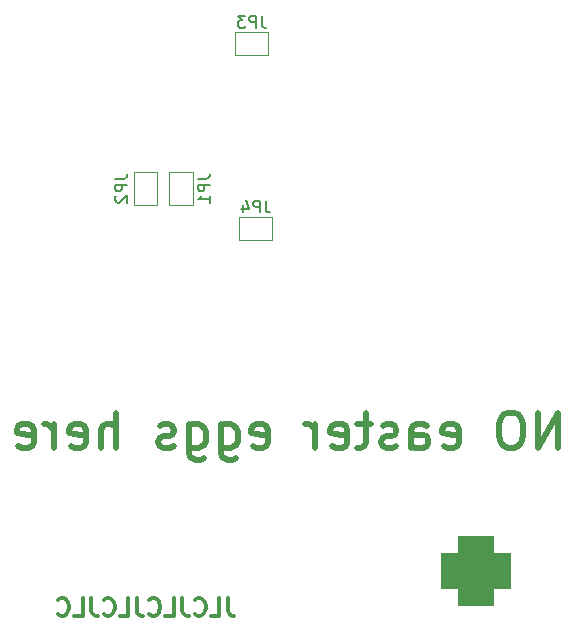
<source format=gbr>
%TF.GenerationSoftware,KiCad,Pcbnew,8.0.7*%
%TF.CreationDate,2025-01-05T22:37:43-08:00*%
%TF.ProjectId,Test Rocket Board,54657374-2052-46f6-936b-657420426f61,rev?*%
%TF.SameCoordinates,Original*%
%TF.FileFunction,Legend,Bot*%
%TF.FilePolarity,Positive*%
%FSLAX46Y46*%
G04 Gerber Fmt 4.6, Leading zero omitted, Abs format (unit mm)*
G04 Created by KiCad (PCBNEW 8.0.7) date 2025-01-05 22:37:43*
%MOMM*%
%LPD*%
G01*
G04 APERTURE LIST*
G04 Aperture macros list*
%AMRoundRect*
0 Rectangle with rounded corners*
0 $1 Rounding radius*
0 $2 $3 $4 $5 $6 $7 $8 $9 X,Y pos of 4 corners*
0 Add a 4 corners polygon primitive as box body*
4,1,4,$2,$3,$4,$5,$6,$7,$8,$9,$2,$3,0*
0 Add four circle primitives for the rounded corners*
1,1,$1+$1,$2,$3*
1,1,$1+$1,$4,$5*
1,1,$1+$1,$6,$7*
1,1,$1+$1,$8,$9*
0 Add four rect primitives between the rounded corners*
20,1,$1+$1,$2,$3,$4,$5,0*
20,1,$1+$1,$4,$5,$6,$7,0*
20,1,$1+$1,$6,$7,$8,$9,0*
20,1,$1+$1,$8,$9,$2,$3,0*%
G04 Aperture macros list end*
%ADD10C,0.375000*%
%ADD11C,0.500000*%
%ADD12C,0.150000*%
%ADD13C,0.120000*%
%ADD14C,3.200000*%
%ADD15R,1.700000X1.700000*%
%ADD16O,1.700000X1.700000*%
%ADD17C,2.504000*%
%ADD18RoundRect,1.500000X1.500000X1.500000X-1.500000X1.500000X-1.500000X-1.500000X1.500000X-1.500000X0*%
%ADD19C,6.000000*%
%ADD20C,0.650000*%
%ADD21O,2.100000X1.000000*%
%ADD22O,1.600000X1.000000*%
%ADD23R,1.000000X1.500000*%
%ADD24R,1.500000X1.000000*%
G04 APERTURE END LIST*
D10*
X164967575Y-135296928D02*
X164967575Y-136368357D01*
X164967575Y-136368357D02*
X165039004Y-136582642D01*
X165039004Y-136582642D02*
X165181861Y-136725500D01*
X165181861Y-136725500D02*
X165396147Y-136796928D01*
X165396147Y-136796928D02*
X165539004Y-136796928D01*
X163539004Y-136796928D02*
X164253290Y-136796928D01*
X164253290Y-136796928D02*
X164253290Y-135296928D01*
X162181861Y-136654071D02*
X162253289Y-136725500D01*
X162253289Y-136725500D02*
X162467575Y-136796928D01*
X162467575Y-136796928D02*
X162610432Y-136796928D01*
X162610432Y-136796928D02*
X162824718Y-136725500D01*
X162824718Y-136725500D02*
X162967575Y-136582642D01*
X162967575Y-136582642D02*
X163039004Y-136439785D01*
X163039004Y-136439785D02*
X163110432Y-136154071D01*
X163110432Y-136154071D02*
X163110432Y-135939785D01*
X163110432Y-135939785D02*
X163039004Y-135654071D01*
X163039004Y-135654071D02*
X162967575Y-135511214D01*
X162967575Y-135511214D02*
X162824718Y-135368357D01*
X162824718Y-135368357D02*
X162610432Y-135296928D01*
X162610432Y-135296928D02*
X162467575Y-135296928D01*
X162467575Y-135296928D02*
X162253289Y-135368357D01*
X162253289Y-135368357D02*
X162181861Y-135439785D01*
X161110432Y-135296928D02*
X161110432Y-136368357D01*
X161110432Y-136368357D02*
X161181861Y-136582642D01*
X161181861Y-136582642D02*
X161324718Y-136725500D01*
X161324718Y-136725500D02*
X161539004Y-136796928D01*
X161539004Y-136796928D02*
X161681861Y-136796928D01*
X159681861Y-136796928D02*
X160396147Y-136796928D01*
X160396147Y-136796928D02*
X160396147Y-135296928D01*
X158324718Y-136654071D02*
X158396146Y-136725500D01*
X158396146Y-136725500D02*
X158610432Y-136796928D01*
X158610432Y-136796928D02*
X158753289Y-136796928D01*
X158753289Y-136796928D02*
X158967575Y-136725500D01*
X158967575Y-136725500D02*
X159110432Y-136582642D01*
X159110432Y-136582642D02*
X159181861Y-136439785D01*
X159181861Y-136439785D02*
X159253289Y-136154071D01*
X159253289Y-136154071D02*
X159253289Y-135939785D01*
X159253289Y-135939785D02*
X159181861Y-135654071D01*
X159181861Y-135654071D02*
X159110432Y-135511214D01*
X159110432Y-135511214D02*
X158967575Y-135368357D01*
X158967575Y-135368357D02*
X158753289Y-135296928D01*
X158753289Y-135296928D02*
X158610432Y-135296928D01*
X158610432Y-135296928D02*
X158396146Y-135368357D01*
X158396146Y-135368357D02*
X158324718Y-135439785D01*
X157253289Y-135296928D02*
X157253289Y-136368357D01*
X157253289Y-136368357D02*
X157324718Y-136582642D01*
X157324718Y-136582642D02*
X157467575Y-136725500D01*
X157467575Y-136725500D02*
X157681861Y-136796928D01*
X157681861Y-136796928D02*
X157824718Y-136796928D01*
X155824718Y-136796928D02*
X156539004Y-136796928D01*
X156539004Y-136796928D02*
X156539004Y-135296928D01*
X154467575Y-136654071D02*
X154539003Y-136725500D01*
X154539003Y-136725500D02*
X154753289Y-136796928D01*
X154753289Y-136796928D02*
X154896146Y-136796928D01*
X154896146Y-136796928D02*
X155110432Y-136725500D01*
X155110432Y-136725500D02*
X155253289Y-136582642D01*
X155253289Y-136582642D02*
X155324718Y-136439785D01*
X155324718Y-136439785D02*
X155396146Y-136154071D01*
X155396146Y-136154071D02*
X155396146Y-135939785D01*
X155396146Y-135939785D02*
X155324718Y-135654071D01*
X155324718Y-135654071D02*
X155253289Y-135511214D01*
X155253289Y-135511214D02*
X155110432Y-135368357D01*
X155110432Y-135368357D02*
X154896146Y-135296928D01*
X154896146Y-135296928D02*
X154753289Y-135296928D01*
X154753289Y-135296928D02*
X154539003Y-135368357D01*
X154539003Y-135368357D02*
X154467575Y-135439785D01*
X153396146Y-135296928D02*
X153396146Y-136368357D01*
X153396146Y-136368357D02*
X153467575Y-136582642D01*
X153467575Y-136582642D02*
X153610432Y-136725500D01*
X153610432Y-136725500D02*
X153824718Y-136796928D01*
X153824718Y-136796928D02*
X153967575Y-136796928D01*
X151967575Y-136796928D02*
X152681861Y-136796928D01*
X152681861Y-136796928D02*
X152681861Y-135296928D01*
X150610432Y-136654071D02*
X150681860Y-136725500D01*
X150681860Y-136725500D02*
X150896146Y-136796928D01*
X150896146Y-136796928D02*
X151039003Y-136796928D01*
X151039003Y-136796928D02*
X151253289Y-136725500D01*
X151253289Y-136725500D02*
X151396146Y-136582642D01*
X151396146Y-136582642D02*
X151467575Y-136439785D01*
X151467575Y-136439785D02*
X151539003Y-136154071D01*
X151539003Y-136154071D02*
X151539003Y-135939785D01*
X151539003Y-135939785D02*
X151467575Y-135654071D01*
X151467575Y-135654071D02*
X151396146Y-135511214D01*
X151396146Y-135511214D02*
X151253289Y-135368357D01*
X151253289Y-135368357D02*
X151039003Y-135296928D01*
X151039003Y-135296928D02*
X150896146Y-135296928D01*
X150896146Y-135296928D02*
X150681860Y-135368357D01*
X150681860Y-135368357D02*
X150610432Y-135439785D01*
D11*
X192956767Y-122606857D02*
X192956767Y-119606857D01*
X192956767Y-119606857D02*
X191242481Y-122606857D01*
X191242481Y-122606857D02*
X191242481Y-119606857D01*
X189242481Y-119606857D02*
X188671053Y-119606857D01*
X188671053Y-119606857D02*
X188385338Y-119749714D01*
X188385338Y-119749714D02*
X188099624Y-120035428D01*
X188099624Y-120035428D02*
X187956767Y-120606857D01*
X187956767Y-120606857D02*
X187956767Y-121606857D01*
X187956767Y-121606857D02*
X188099624Y-122178285D01*
X188099624Y-122178285D02*
X188385338Y-122464000D01*
X188385338Y-122464000D02*
X188671053Y-122606857D01*
X188671053Y-122606857D02*
X189242481Y-122606857D01*
X189242481Y-122606857D02*
X189528196Y-122464000D01*
X189528196Y-122464000D02*
X189813910Y-122178285D01*
X189813910Y-122178285D02*
X189956767Y-121606857D01*
X189956767Y-121606857D02*
X189956767Y-120606857D01*
X189956767Y-120606857D02*
X189813910Y-120035428D01*
X189813910Y-120035428D02*
X189528196Y-119749714D01*
X189528196Y-119749714D02*
X189242481Y-119606857D01*
X183242482Y-122464000D02*
X183528196Y-122606857D01*
X183528196Y-122606857D02*
X184099625Y-122606857D01*
X184099625Y-122606857D02*
X184385339Y-122464000D01*
X184385339Y-122464000D02*
X184528196Y-122178285D01*
X184528196Y-122178285D02*
X184528196Y-121035428D01*
X184528196Y-121035428D02*
X184385339Y-120749714D01*
X184385339Y-120749714D02*
X184099625Y-120606857D01*
X184099625Y-120606857D02*
X183528196Y-120606857D01*
X183528196Y-120606857D02*
X183242482Y-120749714D01*
X183242482Y-120749714D02*
X183099625Y-121035428D01*
X183099625Y-121035428D02*
X183099625Y-121321142D01*
X183099625Y-121321142D02*
X184528196Y-121606857D01*
X180528196Y-122606857D02*
X180528196Y-121035428D01*
X180528196Y-121035428D02*
X180671053Y-120749714D01*
X180671053Y-120749714D02*
X180956767Y-120606857D01*
X180956767Y-120606857D02*
X181528196Y-120606857D01*
X181528196Y-120606857D02*
X181813910Y-120749714D01*
X180528196Y-122464000D02*
X180813910Y-122606857D01*
X180813910Y-122606857D02*
X181528196Y-122606857D01*
X181528196Y-122606857D02*
X181813910Y-122464000D01*
X181813910Y-122464000D02*
X181956767Y-122178285D01*
X181956767Y-122178285D02*
X181956767Y-121892571D01*
X181956767Y-121892571D02*
X181813910Y-121606857D01*
X181813910Y-121606857D02*
X181528196Y-121464000D01*
X181528196Y-121464000D02*
X180813910Y-121464000D01*
X180813910Y-121464000D02*
X180528196Y-121321142D01*
X179242481Y-122464000D02*
X178956767Y-122606857D01*
X178956767Y-122606857D02*
X178385338Y-122606857D01*
X178385338Y-122606857D02*
X178099624Y-122464000D01*
X178099624Y-122464000D02*
X177956767Y-122178285D01*
X177956767Y-122178285D02*
X177956767Y-122035428D01*
X177956767Y-122035428D02*
X178099624Y-121749714D01*
X178099624Y-121749714D02*
X178385338Y-121606857D01*
X178385338Y-121606857D02*
X178813910Y-121606857D01*
X178813910Y-121606857D02*
X179099624Y-121464000D01*
X179099624Y-121464000D02*
X179242481Y-121178285D01*
X179242481Y-121178285D02*
X179242481Y-121035428D01*
X179242481Y-121035428D02*
X179099624Y-120749714D01*
X179099624Y-120749714D02*
X178813910Y-120606857D01*
X178813910Y-120606857D02*
X178385338Y-120606857D01*
X178385338Y-120606857D02*
X178099624Y-120749714D01*
X177099624Y-120606857D02*
X175956767Y-120606857D01*
X176671053Y-119606857D02*
X176671053Y-122178285D01*
X176671053Y-122178285D02*
X176528196Y-122464000D01*
X176528196Y-122464000D02*
X176242481Y-122606857D01*
X176242481Y-122606857D02*
X175956767Y-122606857D01*
X173813910Y-122464000D02*
X174099624Y-122606857D01*
X174099624Y-122606857D02*
X174671053Y-122606857D01*
X174671053Y-122606857D02*
X174956767Y-122464000D01*
X174956767Y-122464000D02*
X175099624Y-122178285D01*
X175099624Y-122178285D02*
X175099624Y-121035428D01*
X175099624Y-121035428D02*
X174956767Y-120749714D01*
X174956767Y-120749714D02*
X174671053Y-120606857D01*
X174671053Y-120606857D02*
X174099624Y-120606857D01*
X174099624Y-120606857D02*
X173813910Y-120749714D01*
X173813910Y-120749714D02*
X173671053Y-121035428D01*
X173671053Y-121035428D02*
X173671053Y-121321142D01*
X173671053Y-121321142D02*
X175099624Y-121606857D01*
X172385338Y-122606857D02*
X172385338Y-120606857D01*
X172385338Y-121178285D02*
X172242481Y-120892571D01*
X172242481Y-120892571D02*
X172099624Y-120749714D01*
X172099624Y-120749714D02*
X171813909Y-120606857D01*
X171813909Y-120606857D02*
X171528195Y-120606857D01*
X167099624Y-122464000D02*
X167385338Y-122606857D01*
X167385338Y-122606857D02*
X167956767Y-122606857D01*
X167956767Y-122606857D02*
X168242481Y-122464000D01*
X168242481Y-122464000D02*
X168385338Y-122178285D01*
X168385338Y-122178285D02*
X168385338Y-121035428D01*
X168385338Y-121035428D02*
X168242481Y-120749714D01*
X168242481Y-120749714D02*
X167956767Y-120606857D01*
X167956767Y-120606857D02*
X167385338Y-120606857D01*
X167385338Y-120606857D02*
X167099624Y-120749714D01*
X167099624Y-120749714D02*
X166956767Y-121035428D01*
X166956767Y-121035428D02*
X166956767Y-121321142D01*
X166956767Y-121321142D02*
X168385338Y-121606857D01*
X164385338Y-120606857D02*
X164385338Y-123035428D01*
X164385338Y-123035428D02*
X164528195Y-123321142D01*
X164528195Y-123321142D02*
X164671052Y-123464000D01*
X164671052Y-123464000D02*
X164956766Y-123606857D01*
X164956766Y-123606857D02*
X165385338Y-123606857D01*
X165385338Y-123606857D02*
X165671052Y-123464000D01*
X164385338Y-122464000D02*
X164671052Y-122606857D01*
X164671052Y-122606857D02*
X165242480Y-122606857D01*
X165242480Y-122606857D02*
X165528195Y-122464000D01*
X165528195Y-122464000D02*
X165671052Y-122321142D01*
X165671052Y-122321142D02*
X165813909Y-122035428D01*
X165813909Y-122035428D02*
X165813909Y-121178285D01*
X165813909Y-121178285D02*
X165671052Y-120892571D01*
X165671052Y-120892571D02*
X165528195Y-120749714D01*
X165528195Y-120749714D02*
X165242480Y-120606857D01*
X165242480Y-120606857D02*
X164671052Y-120606857D01*
X164671052Y-120606857D02*
X164385338Y-120749714D01*
X161671052Y-120606857D02*
X161671052Y-123035428D01*
X161671052Y-123035428D02*
X161813909Y-123321142D01*
X161813909Y-123321142D02*
X161956766Y-123464000D01*
X161956766Y-123464000D02*
X162242480Y-123606857D01*
X162242480Y-123606857D02*
X162671052Y-123606857D01*
X162671052Y-123606857D02*
X162956766Y-123464000D01*
X161671052Y-122464000D02*
X161956766Y-122606857D01*
X161956766Y-122606857D02*
X162528194Y-122606857D01*
X162528194Y-122606857D02*
X162813909Y-122464000D01*
X162813909Y-122464000D02*
X162956766Y-122321142D01*
X162956766Y-122321142D02*
X163099623Y-122035428D01*
X163099623Y-122035428D02*
X163099623Y-121178285D01*
X163099623Y-121178285D02*
X162956766Y-120892571D01*
X162956766Y-120892571D02*
X162813909Y-120749714D01*
X162813909Y-120749714D02*
X162528194Y-120606857D01*
X162528194Y-120606857D02*
X161956766Y-120606857D01*
X161956766Y-120606857D02*
X161671052Y-120749714D01*
X160385337Y-122464000D02*
X160099623Y-122606857D01*
X160099623Y-122606857D02*
X159528194Y-122606857D01*
X159528194Y-122606857D02*
X159242480Y-122464000D01*
X159242480Y-122464000D02*
X159099623Y-122178285D01*
X159099623Y-122178285D02*
X159099623Y-122035428D01*
X159099623Y-122035428D02*
X159242480Y-121749714D01*
X159242480Y-121749714D02*
X159528194Y-121606857D01*
X159528194Y-121606857D02*
X159956766Y-121606857D01*
X159956766Y-121606857D02*
X160242480Y-121464000D01*
X160242480Y-121464000D02*
X160385337Y-121178285D01*
X160385337Y-121178285D02*
X160385337Y-121035428D01*
X160385337Y-121035428D02*
X160242480Y-120749714D01*
X160242480Y-120749714D02*
X159956766Y-120606857D01*
X159956766Y-120606857D02*
X159528194Y-120606857D01*
X159528194Y-120606857D02*
X159242480Y-120749714D01*
X155528195Y-122606857D02*
X155528195Y-119606857D01*
X154242481Y-122606857D02*
X154242481Y-121035428D01*
X154242481Y-121035428D02*
X154385338Y-120749714D01*
X154385338Y-120749714D02*
X154671052Y-120606857D01*
X154671052Y-120606857D02*
X155099623Y-120606857D01*
X155099623Y-120606857D02*
X155385338Y-120749714D01*
X155385338Y-120749714D02*
X155528195Y-120892571D01*
X151671052Y-122464000D02*
X151956766Y-122606857D01*
X151956766Y-122606857D02*
X152528195Y-122606857D01*
X152528195Y-122606857D02*
X152813909Y-122464000D01*
X152813909Y-122464000D02*
X152956766Y-122178285D01*
X152956766Y-122178285D02*
X152956766Y-121035428D01*
X152956766Y-121035428D02*
X152813909Y-120749714D01*
X152813909Y-120749714D02*
X152528195Y-120606857D01*
X152528195Y-120606857D02*
X151956766Y-120606857D01*
X151956766Y-120606857D02*
X151671052Y-120749714D01*
X151671052Y-120749714D02*
X151528195Y-121035428D01*
X151528195Y-121035428D02*
X151528195Y-121321142D01*
X151528195Y-121321142D02*
X152956766Y-121606857D01*
X150242480Y-122606857D02*
X150242480Y-120606857D01*
X150242480Y-121178285D02*
X150099623Y-120892571D01*
X150099623Y-120892571D02*
X149956766Y-120749714D01*
X149956766Y-120749714D02*
X149671051Y-120606857D01*
X149671051Y-120606857D02*
X149385337Y-120606857D01*
X147242480Y-122464000D02*
X147528194Y-122606857D01*
X147528194Y-122606857D02*
X148099623Y-122606857D01*
X148099623Y-122606857D02*
X148385337Y-122464000D01*
X148385337Y-122464000D02*
X148528194Y-122178285D01*
X148528194Y-122178285D02*
X148528194Y-121035428D01*
X148528194Y-121035428D02*
X148385337Y-120749714D01*
X148385337Y-120749714D02*
X148099623Y-120606857D01*
X148099623Y-120606857D02*
X147528194Y-120606857D01*
X147528194Y-120606857D02*
X147242480Y-120749714D01*
X147242480Y-120749714D02*
X147099623Y-121035428D01*
X147099623Y-121035428D02*
X147099623Y-121321142D01*
X147099623Y-121321142D02*
X148528194Y-121606857D01*
D12*
X167833333Y-86004819D02*
X167833333Y-86719104D01*
X167833333Y-86719104D02*
X167880952Y-86861961D01*
X167880952Y-86861961D02*
X167976190Y-86957200D01*
X167976190Y-86957200D02*
X168119047Y-87004819D01*
X168119047Y-87004819D02*
X168214285Y-87004819D01*
X167357142Y-87004819D02*
X167357142Y-86004819D01*
X167357142Y-86004819D02*
X166976190Y-86004819D01*
X166976190Y-86004819D02*
X166880952Y-86052438D01*
X166880952Y-86052438D02*
X166833333Y-86100057D01*
X166833333Y-86100057D02*
X166785714Y-86195295D01*
X166785714Y-86195295D02*
X166785714Y-86338152D01*
X166785714Y-86338152D02*
X166833333Y-86433390D01*
X166833333Y-86433390D02*
X166880952Y-86481009D01*
X166880952Y-86481009D02*
X166976190Y-86528628D01*
X166976190Y-86528628D02*
X167357142Y-86528628D01*
X166452380Y-86004819D02*
X165833333Y-86004819D01*
X165833333Y-86004819D02*
X166166666Y-86385771D01*
X166166666Y-86385771D02*
X166023809Y-86385771D01*
X166023809Y-86385771D02*
X165928571Y-86433390D01*
X165928571Y-86433390D02*
X165880952Y-86481009D01*
X165880952Y-86481009D02*
X165833333Y-86576247D01*
X165833333Y-86576247D02*
X165833333Y-86814342D01*
X165833333Y-86814342D02*
X165880952Y-86909580D01*
X165880952Y-86909580D02*
X165928571Y-86957200D01*
X165928571Y-86957200D02*
X166023809Y-87004819D01*
X166023809Y-87004819D02*
X166309523Y-87004819D01*
X166309523Y-87004819D02*
X166404761Y-86957200D01*
X166404761Y-86957200D02*
X166452380Y-86909580D01*
X168183333Y-101654819D02*
X168183333Y-102369104D01*
X168183333Y-102369104D02*
X168230952Y-102511961D01*
X168230952Y-102511961D02*
X168326190Y-102607200D01*
X168326190Y-102607200D02*
X168469047Y-102654819D01*
X168469047Y-102654819D02*
X168564285Y-102654819D01*
X167707142Y-102654819D02*
X167707142Y-101654819D01*
X167707142Y-101654819D02*
X167326190Y-101654819D01*
X167326190Y-101654819D02*
X167230952Y-101702438D01*
X167230952Y-101702438D02*
X167183333Y-101750057D01*
X167183333Y-101750057D02*
X167135714Y-101845295D01*
X167135714Y-101845295D02*
X167135714Y-101988152D01*
X167135714Y-101988152D02*
X167183333Y-102083390D01*
X167183333Y-102083390D02*
X167230952Y-102131009D01*
X167230952Y-102131009D02*
X167326190Y-102178628D01*
X167326190Y-102178628D02*
X167707142Y-102178628D01*
X166278571Y-101988152D02*
X166278571Y-102654819D01*
X166516666Y-101607200D02*
X166754761Y-102321485D01*
X166754761Y-102321485D02*
X166135714Y-102321485D01*
X155454819Y-99816666D02*
X156169104Y-99816666D01*
X156169104Y-99816666D02*
X156311961Y-99769047D01*
X156311961Y-99769047D02*
X156407200Y-99673809D01*
X156407200Y-99673809D02*
X156454819Y-99530952D01*
X156454819Y-99530952D02*
X156454819Y-99435714D01*
X156454819Y-100292857D02*
X155454819Y-100292857D01*
X155454819Y-100292857D02*
X155454819Y-100673809D01*
X155454819Y-100673809D02*
X155502438Y-100769047D01*
X155502438Y-100769047D02*
X155550057Y-100816666D01*
X155550057Y-100816666D02*
X155645295Y-100864285D01*
X155645295Y-100864285D02*
X155788152Y-100864285D01*
X155788152Y-100864285D02*
X155883390Y-100816666D01*
X155883390Y-100816666D02*
X155931009Y-100769047D01*
X155931009Y-100769047D02*
X155978628Y-100673809D01*
X155978628Y-100673809D02*
X155978628Y-100292857D01*
X155550057Y-101245238D02*
X155502438Y-101292857D01*
X155502438Y-101292857D02*
X155454819Y-101388095D01*
X155454819Y-101388095D02*
X155454819Y-101626190D01*
X155454819Y-101626190D02*
X155502438Y-101721428D01*
X155502438Y-101721428D02*
X155550057Y-101769047D01*
X155550057Y-101769047D02*
X155645295Y-101816666D01*
X155645295Y-101816666D02*
X155740533Y-101816666D01*
X155740533Y-101816666D02*
X155883390Y-101769047D01*
X155883390Y-101769047D02*
X156454819Y-101197619D01*
X156454819Y-101197619D02*
X156454819Y-101816666D01*
X162454819Y-99816666D02*
X163169104Y-99816666D01*
X163169104Y-99816666D02*
X163311961Y-99769047D01*
X163311961Y-99769047D02*
X163407200Y-99673809D01*
X163407200Y-99673809D02*
X163454819Y-99530952D01*
X163454819Y-99530952D02*
X163454819Y-99435714D01*
X163454819Y-100292857D02*
X162454819Y-100292857D01*
X162454819Y-100292857D02*
X162454819Y-100673809D01*
X162454819Y-100673809D02*
X162502438Y-100769047D01*
X162502438Y-100769047D02*
X162550057Y-100816666D01*
X162550057Y-100816666D02*
X162645295Y-100864285D01*
X162645295Y-100864285D02*
X162788152Y-100864285D01*
X162788152Y-100864285D02*
X162883390Y-100816666D01*
X162883390Y-100816666D02*
X162931009Y-100769047D01*
X162931009Y-100769047D02*
X162978628Y-100673809D01*
X162978628Y-100673809D02*
X162978628Y-100292857D01*
X163454819Y-101816666D02*
X163454819Y-101245238D01*
X163454819Y-101530952D02*
X162454819Y-101530952D01*
X162454819Y-101530952D02*
X162597676Y-101435714D01*
X162597676Y-101435714D02*
X162692914Y-101340476D01*
X162692914Y-101340476D02*
X162740533Y-101245238D01*
D13*
%TO.C,JP3*%
X165600000Y-87350000D02*
X168400000Y-87350000D01*
X165600000Y-89350000D02*
X165600000Y-87350000D01*
X168400000Y-87350000D02*
X168400000Y-89350000D01*
X168400000Y-89350000D02*
X165600000Y-89350000D01*
%TO.C,JP4*%
X165950000Y-103000000D02*
X168750000Y-103000000D01*
X165950000Y-105000000D02*
X165950000Y-103000000D01*
X168750000Y-103000000D02*
X168750000Y-105000000D01*
X168750000Y-105000000D02*
X165950000Y-105000000D01*
%TO.C,JP2*%
X157000000Y-99250000D02*
X159000000Y-99250000D01*
X157000000Y-102050000D02*
X157000000Y-99250000D01*
X159000000Y-99250000D02*
X159000000Y-102050000D01*
X159000000Y-102050000D02*
X157000000Y-102050000D01*
%TO.C,JP1*%
X160000000Y-99250000D02*
X162000000Y-99250000D01*
X160000000Y-102050000D02*
X160000000Y-99250000D01*
X162000000Y-99250000D02*
X162000000Y-102050000D01*
X162000000Y-102050000D02*
X160000000Y-102050000D01*
%TD*%
%LPC*%
D14*
%TO.C,H2*%
X195000000Y-135000000D03*
%TD*%
D15*
%TO.C,J2*%
X177540000Y-110000000D03*
D16*
X175000000Y-110000000D03*
X172460000Y-110000000D03*
X169920000Y-110000000D03*
%TD*%
D15*
%TO.C,TP4*%
X156000000Y-129000000D03*
%TD*%
D14*
%TO.C,H1*%
X137000000Y-135000000D03*
%TD*%
D15*
%TO.C,J7*%
X171620000Y-132000000D03*
D16*
X169080000Y-132000000D03*
X166540000Y-132000000D03*
X164000000Y-132000000D03*
X161460000Y-132000000D03*
%TD*%
D17*
%TO.C,BT1*%
X191400000Y-91600000D03*
X194600000Y-91600000D03*
X194600000Y-78400000D03*
X191400000Y-78400000D03*
%TD*%
D15*
%TO.C,J1*%
X149000000Y-108475000D03*
D16*
X149000000Y-111015000D03*
X149000000Y-113555000D03*
%TD*%
D18*
%TO.C,J5*%
X186000000Y-133000000D03*
D19*
X178800000Y-133000000D03*
%TD*%
D15*
%TO.C,J6*%
X170110000Y-115485000D03*
D16*
X170110000Y-118025000D03*
%TD*%
D15*
%TO.C,5V1*%
X192000000Y-124000000D03*
%TD*%
%TO.C,TP5*%
X146000000Y-79000000D03*
%TD*%
%TO.C,TP1*%
X170000000Y-126000000D03*
%TD*%
%TO.C,J4*%
X163000000Y-79975000D03*
D16*
X160460000Y-79975000D03*
X157920000Y-79975000D03*
X155380000Y-79975000D03*
X152840000Y-79975000D03*
X150300000Y-79975000D03*
%TD*%
D15*
%TO.C,TP2*%
X174000000Y-126000000D03*
%TD*%
D20*
%TO.C,J3*%
X137470000Y-80110000D03*
X137470000Y-85890000D03*
D21*
X138000000Y-78680000D03*
D22*
X133820000Y-78680000D03*
D21*
X138000000Y-87320000D03*
D22*
X133820000Y-87320000D03*
%TD*%
D15*
%TO.C,TP3*%
X196000000Y-128000000D03*
%TD*%
D14*
%TO.C,H3*%
X184000000Y-79000000D03*
%TD*%
D23*
%TO.C,JP3*%
X167650000Y-88350000D03*
X166350000Y-88350000D03*
%TD*%
%TO.C,JP4*%
X168000000Y-104000000D03*
X166700000Y-104000000D03*
%TD*%
D24*
%TO.C,JP2*%
X158000000Y-100000000D03*
X158000000Y-101300000D03*
%TD*%
%TO.C,JP1*%
X161000000Y-101300000D03*
X161000000Y-100000000D03*
%TD*%
%LPD*%
M02*

</source>
